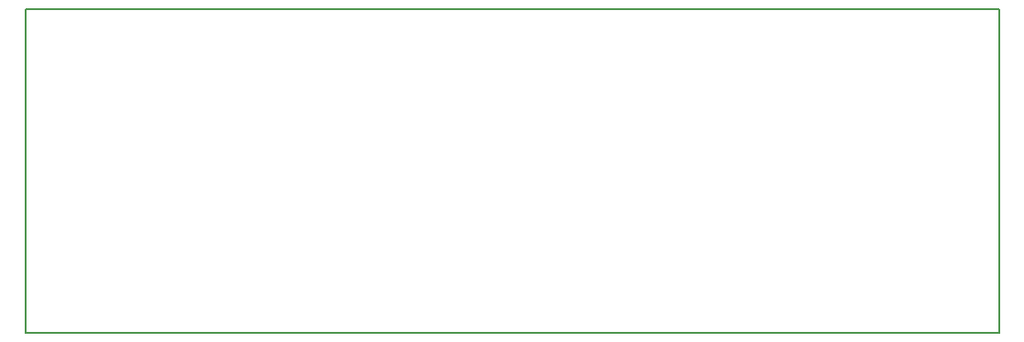
<source format=gm1>
G04 #@! TF.GenerationSoftware,KiCad,Pcbnew,5.0.1*
G04 #@! TF.CreationDate,2019-01-16T19:10:27-05:00*
G04 #@! TF.ProjectId,LED PCB,4C4544205043422E6B696361645F7063,rev?*
G04 #@! TF.SameCoordinates,Original*
G04 #@! TF.FileFunction,Profile,NP*
%FSLAX46Y46*%
G04 Gerber Fmt 4.6, Leading zero omitted, Abs format (unit mm)*
G04 Created by KiCad (PCBNEW 5.0.1) date Wed 16 Jan 2019 07:10:27 PM EST*
%MOMM*%
%LPD*%
G01*
G04 APERTURE LIST*
%ADD10C,0.200000*%
G04 APERTURE END LIST*
D10*
X0Y-30000000D02*
X90000000Y-30000000D01*
X0Y0D02*
X0Y-30000000D01*
X0Y0D02*
X90000000Y0D01*
X90000000Y0D02*
X90000000Y-30000000D01*
M02*

</source>
